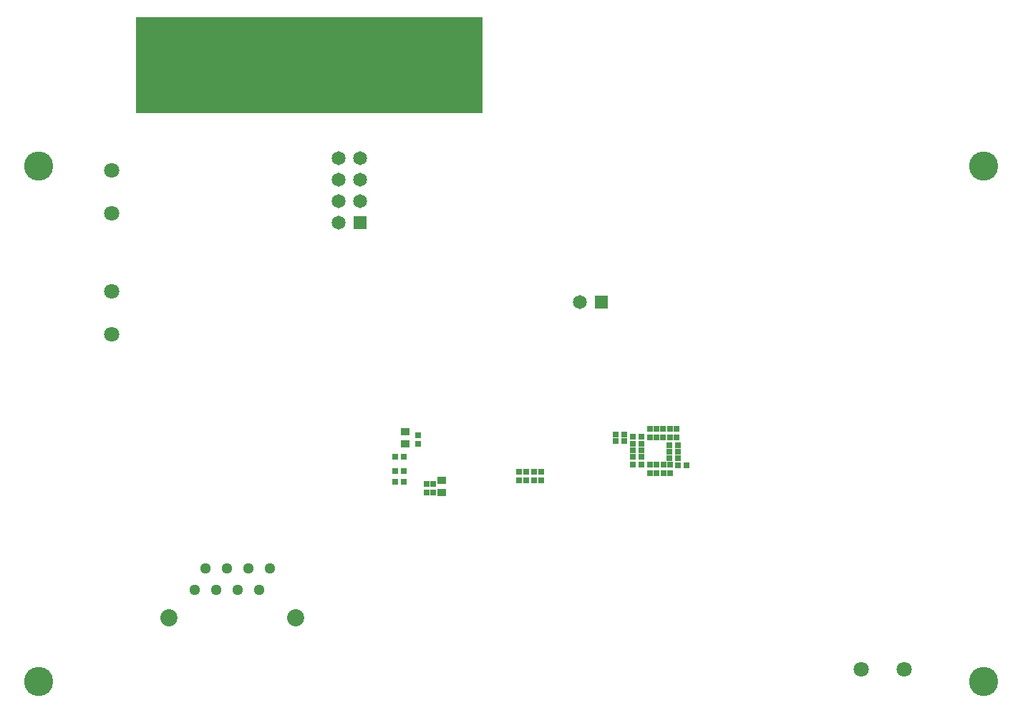
<source format=gbs>
G04*
G04 #@! TF.GenerationSoftware,Altium Limited,Altium Designer,21.6.4 (81)*
G04*
G04 Layer_Color=16711935*
%FSLAX25Y25*%
%MOIN*%
G70*
G04*
G04 #@! TF.SameCoordinates,0BC8A87D-888E-4ED5-B672-7FA6220550FD*
G04*
G04*
G04 #@! TF.FilePolarity,Negative*
G04*
G01*
G75*
%ADD19R,1.61500X0.44500*%
%ADD20R,0.02953X0.02559*%
%ADD21R,0.02559X0.02953*%
%ADD22R,0.04134X0.03740*%
%ADD42R,0.30891X0.40591*%
%ADD43R,0.02559X0.40591*%
%ADD44R,0.06496X0.06496*%
%ADD45C,0.06496*%
%ADD46C,0.07100*%
%ADD47C,0.05091*%
%ADD48C,0.07991*%
%ADD49R,0.06496X0.06496*%
%ADD50C,0.13591*%
D19*
X143500Y343500D02*
D03*
D20*
X187469Y154500D02*
D03*
X183531D02*
D03*
X187469Y161000D02*
D03*
X183531D02*
D03*
X183500Y149500D02*
D03*
X187437D02*
D03*
X311000Y160500D02*
D03*
X314937D02*
D03*
X311032Y166500D02*
D03*
X314968D02*
D03*
X297969Y157500D02*
D03*
X294032D02*
D03*
X297969Y161000D02*
D03*
X294032D02*
D03*
X297969Y164000D02*
D03*
X294032D02*
D03*
X297969Y167000D02*
D03*
X294032D02*
D03*
X286000Y168500D02*
D03*
X289937D02*
D03*
X286063Y171500D02*
D03*
X290000D02*
D03*
X298000Y170500D02*
D03*
X294063D02*
D03*
X315032Y157000D02*
D03*
X318969D02*
D03*
X311032Y163500D02*
D03*
X314968D02*
D03*
D21*
X241000Y153969D02*
D03*
Y150031D02*
D03*
X244500Y153969D02*
D03*
Y150031D02*
D03*
X248000Y153969D02*
D03*
Y150031D02*
D03*
X251500Y153969D02*
D03*
Y150031D02*
D03*
X194000Y167063D02*
D03*
Y171000D02*
D03*
X198000Y148437D02*
D03*
Y144500D02*
D03*
X201000Y148468D02*
D03*
Y144532D02*
D03*
X311500Y157468D02*
D03*
Y153532D02*
D03*
X302000Y170031D02*
D03*
Y173969D02*
D03*
X305000Y157500D02*
D03*
Y153563D02*
D03*
X302000Y157468D02*
D03*
Y153532D02*
D03*
X308500Y157500D02*
D03*
Y153563D02*
D03*
X308000Y170031D02*
D03*
Y173969D02*
D03*
X311500Y170031D02*
D03*
Y173969D02*
D03*
X305000Y170031D02*
D03*
Y173969D02*
D03*
X314500Y170031D02*
D03*
Y173969D02*
D03*
D22*
X188000Y172756D02*
D03*
Y167244D02*
D03*
X205000Y144500D02*
D03*
Y150012D02*
D03*
D42*
X129400Y341775D02*
D03*
X82100D02*
D03*
D43*
X220300D02*
D03*
X217150D02*
D03*
X214000D02*
D03*
X210850D02*
D03*
X207700D02*
D03*
X204550D02*
D03*
X201400D02*
D03*
X198250D02*
D03*
X191950D02*
D03*
X195100D02*
D03*
X188800D02*
D03*
X185650D02*
D03*
X182500D02*
D03*
X179350D02*
D03*
X176200D02*
D03*
X173050D02*
D03*
X169900D02*
D03*
X163600D02*
D03*
X160450D02*
D03*
X166750D02*
D03*
D44*
X167000Y270000D02*
D03*
D45*
X157000D02*
D03*
X167000Y280000D02*
D03*
X157000D02*
D03*
X167000Y290000D02*
D03*
X157000D02*
D03*
X167000Y300000D02*
D03*
X157000D02*
D03*
X269500Y233000D02*
D03*
D46*
X51500Y218000D02*
D03*
Y238000D02*
D03*
Y274500D02*
D03*
Y294500D02*
D03*
X400500Y62000D02*
D03*
X420500D02*
D03*
D47*
X125000Y109000D02*
D03*
X120000Y99000D02*
D03*
X115000Y109000D02*
D03*
X110000Y99000D02*
D03*
X105000Y109000D02*
D03*
X100000Y99000D02*
D03*
X90000D02*
D03*
X95000Y109000D02*
D03*
D48*
X137000Y86000D02*
D03*
X78000D02*
D03*
D49*
X279500Y233000D02*
D03*
D50*
X457550Y56450D02*
D03*
X17550D02*
D03*
X457550Y296450D02*
D03*
X17550D02*
D03*
M02*

</source>
